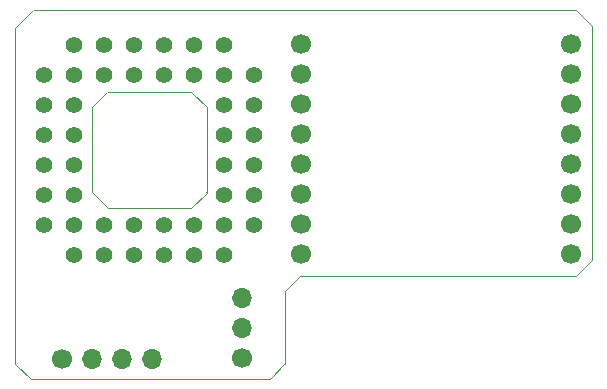
<source format=gbs>
G04 #@! TF.FileFunction,Soldermask,Bot*
%FSLAX46Y46*%
G04 Gerber Fmt 4.6, Leading zero omitted, Abs format (unit mm)*
G04 Created by KiCad (PCBNEW 4.0.7) date 08/06/20 13:21:24*
%MOMM*%
%LPD*%
G01*
G04 APERTURE LIST*
%ADD10C,0.100000*%
%ADD11C,1.422400*%
%ADD12C,1.700000*%
%ADD13O,1.700000X1.700000*%
G04 APERTURE END LIST*
D10*
X110650000Y-128175000D02*
X130875000Y-128175000D01*
X158175000Y-98250000D02*
X158175000Y-98275000D01*
X156850000Y-96925000D02*
X158175000Y-98250000D01*
X110900000Y-96925000D02*
X156850000Y-96925000D01*
X109332000Y-126860000D02*
X109332000Y-98475000D01*
X132200000Y-120725000D02*
X132200000Y-126853000D01*
X133496000Y-119442000D02*
X132201000Y-120737000D01*
X158176000Y-118118000D02*
X156842000Y-119452000D01*
X158176000Y-98247000D02*
X158176000Y-118118000D01*
X109354000Y-98465000D02*
X110893000Y-96926000D01*
X133500000Y-119452000D02*
X156827000Y-119452000D01*
X117180000Y-113675000D02*
X117180000Y-113645000D01*
X124244000Y-113675000D02*
X117180000Y-113675000D01*
X125555000Y-112365000D02*
X125532000Y-112365000D01*
X125555000Y-105156000D02*
X125555000Y-112365000D01*
X115854000Y-112359000D02*
X115854000Y-105151000D01*
X117165000Y-103823000D02*
X124236000Y-103823000D01*
X109333000Y-126851000D02*
X110643000Y-128161000D01*
X115860000Y-112359000D02*
X117170000Y-113669000D01*
X124252000Y-103845000D02*
X125562000Y-105155000D01*
X132198000Y-126850000D02*
X130903000Y-128145000D01*
X125545000Y-112379000D02*
X124250000Y-113674000D01*
X117158000Y-103830000D02*
X115863000Y-105125000D01*
D11*
X114300000Y-110033000D03*
X114300000Y-107493000D03*
X114300000Y-104953000D03*
X114300000Y-112573000D03*
X114300000Y-115113000D03*
X111760000Y-107493000D03*
X111760000Y-104953000D03*
X111760000Y-102413000D03*
X111760000Y-110033000D03*
X111760000Y-112573000D03*
X114300000Y-102413000D03*
X116840000Y-102413000D03*
X119380000Y-102413000D03*
X121920000Y-102413000D03*
X124460000Y-102413000D03*
X114300000Y-99873000D03*
X116840000Y-99873000D03*
X119380000Y-99873000D03*
X121920000Y-99873000D03*
X124460000Y-99873000D03*
X127000000Y-99873000D03*
X127000000Y-102413000D03*
X127000000Y-104953000D03*
X127000000Y-107493000D03*
X127000000Y-110033000D03*
X127000000Y-112573000D03*
X127000000Y-117653000D03*
X129540000Y-102413000D03*
X129540000Y-104953000D03*
X129540000Y-107493000D03*
X129540000Y-110033000D03*
X129540000Y-112573000D03*
X129540000Y-115113000D03*
X127000000Y-115113000D03*
X124460000Y-115113000D03*
X121920000Y-115113000D03*
X119380000Y-115113000D03*
X116840000Y-115113000D03*
X111760000Y-115113000D03*
X124460000Y-117653000D03*
X121920000Y-117653000D03*
X119380000Y-117653000D03*
X116840000Y-117653000D03*
X114300000Y-117653000D03*
D12*
X156416000Y-99832000D03*
X156416000Y-102372000D03*
X156416000Y-104912000D03*
X156416000Y-107452000D03*
X156416000Y-109992000D03*
X156416000Y-112532000D03*
X156416000Y-115072000D03*
X156416000Y-117612000D03*
X133556000Y-117612000D03*
X133556000Y-115072000D03*
X133556000Y-112532000D03*
X133556000Y-109992000D03*
X133556000Y-107452000D03*
X133556000Y-104912000D03*
X133556000Y-102372000D03*
X133556000Y-99832000D03*
X113304000Y-126451000D03*
D13*
X115844000Y-126451000D03*
X118384000Y-126451000D03*
X120924000Y-126451000D03*
D12*
X128565000Y-126424000D03*
D13*
X128565000Y-123884000D03*
X128565000Y-121344000D03*
M02*

</source>
